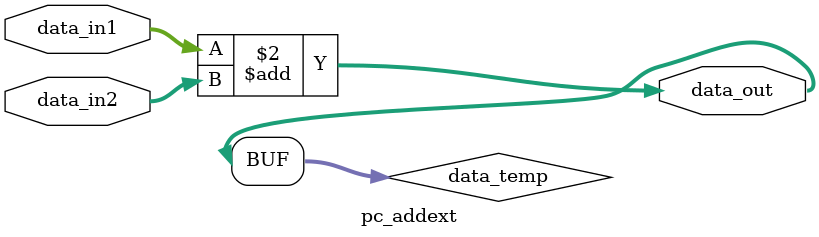
<source format=v>
`timescale 1ns / 1ps
module pc_addext(
input [31:0] data_in1,
input [31:0] data_in2,
output [31:0] data_out
    );
reg [31:0] data_temp;
assign data_out=data_temp;
always@(data_in1 or data_in2)
begin
data_temp=data_in1+data_in2;
end

endmodule

</source>
